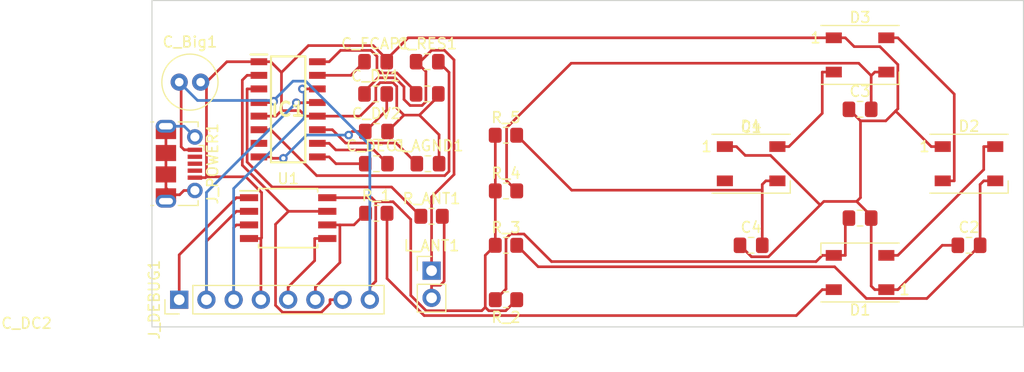
<source format=kicad_pcb>
(kicad_pcb (version 20211014) (generator pcbnew)
  (layers (0 "F.Cu" signal) (31 "B.Cu" signal) (34 "B.Paste" user) (35 "F.Paste" user) (36 "B.SilkS" user "B.Silkscreen") (37 "F.SilkS" user "F.Silkscreen") (38 "B.Mask" user) (39 "F.Mask" user) (44 "Edge.Cuts" user))
  (net 0 "")
  (net 1 "GND")
  (net 2 "Net-(R_2-Pad2)")
  (net 3 "Net-(R_3-Pad2)")
  (net 4 "Net-(R_4-Pad2)")
  (net 5 "Net-(R_5-Pad2)")
  (net 6 "Net-(C_AGND1-Pad1)")
  (net 7 "+5V")
  (net 8 "Net-(C_DC2-Pad1)")
  (net 9 "Net-(C_DEC1-Pad1)")
  (net 10 "Net-(C_DEC1-Pad2)")
  (net 11 "Net-(C_DV1-Pad1)")
  (net 12 "Net-(C_DV1-Pad2)")
  (net 13 "Net-(C_FCAP1-Pad1)")
  (net 14 "Net-(C_RES1-Pad2)")
  (net 15 "Net-(D1-Pad2)")
  (net 16 "Net-(R_1-Pad2)")
  (net 17 "Net-(D2-Pad2)")
  (net 18 "Net-(D3-Pad2)")
  (net 20 "Net-(J_DEBUG1-Pad7)")
  (net 22 "Net-(J_DEBUG1-Pad2)")
  (net 23 "Net-(J_DEBUG1-Pad3)")
  (net 24 "Net-(J_DEBUG1-Pad1)")
  (net 25 "Net-(J_DEBUG1-Pad5)")
  (net 26 "Net-(R_1-Pad1)")
  (net 30 "unconnected-(J_POWER1-Pad6)")
  (net 31 "Net-(R_ANT1-Pad2)")
  (net 32 "Net-(R_ANT1-Pad1)")
  (footprint "Capacitor_SMD:C_0805_2012Metric_Pad1.18x1.45mm_HandSolder" (layer "F.Cu") (at 91.9794 79.8422)
    (fp_text reference "C_DV1" (at 0 -1.68) (layer "F.SilkS"))
    (fp_text value "C")
    (fp_line (start -0.261252 -0.735) (end 0.261252 -0.735) (layer "F.SilkS") (width 0.12))
    (fp_line (start -0.261252 0.735) (end 0.261252 0.735) (layer "F.SilkS") (width 0.12))
    (pad "1" smd roundrect (at -1.0375 0) (size 1.175 1.45) (layers "F.Cu" "F.Paste" "F.Mask") (roundrect_rratio 0.2127659574) (net 11 "Net-(C_DV1-Pad1)"))
    (pad "2" smd roundrect (at 1.0375 0) (size 1.175 1.45) (layers "F.Cu" "F.Paste" "F.Mask") (roundrect_rratio 0.2127659574) (net 12 "Net-(C_DV1-Pad2)"))
  )
  (footprint "LED_SMD:LED_WS2812B_PLCC4_5.0x5.0mm_P3.2mm" (layer "F.Cu") (at 147.32 86.36)
    (fp_text reference "D2" (at 0 -3.5) (layer "F.SilkS"))
    (fp_text value "WS2812B")
    (fp_text user "1" (at -4.15 -1.6) (layer "F.SilkS"))
    (fp_line (start 3.65 2.75) (end 3.65 1.6) (layer "F.SilkS") (width 0.12))
    (fp_line (start -3.65 -2.75) (end 3.65 -2.75) (layer "F.SilkS") (width 0.12))
    (fp_line (start -3.65 2.75) (end 3.65 2.75) (layer "F.SilkS") (width 0.12))
    (pad "1" smd rect (at -2.45 -1.6) (size 1.5 1) (layers "F.Cu" "F.Paste" "F.Mask") (net 1 "GND"))
    (pad "2" smd rect (at -2.45 1.6) (size 1.5 1) (layers "F.Cu" "F.Paste" "F.Mask") (net 17 "Net-(D2-Pad2)"))
    (pad "3" smd rect (at 2.45 1.6) (size 1.5 1) (layers "F.Cu" "F.Paste" "F.Mask") (net 3 "Net-(R_3-Pad2)"))
    (pad "4" smd rect (at 2.45 -1.6) (size 1.5 1) (layers "F.Cu" "F.Paste" "F.Mask") (net 15 "Net-(D1-Pad2)"))
  )
  (footprint "Capacitor_SMD:C_0805_2012Metric_Pad1.18x1.45mm_HandSolder" (layer "F.Cu") (at 137.16 81.28)
    (fp_text reference "C3" (at 0 -1.68) (layer "F.SilkS"))
    (fp_text value "0.1uf")
    (fp_line (start -0.261252 -0.735) (end 0.261252 -0.735) (layer "F.SilkS") (width 0.12))
    (fp_line (start -0.261252 0.735) (end 0.261252 0.735) (layer "F.SilkS") (width 0.12))
    (pad "1" smd roundrect (at -1.0375 0) (size 1.175 1.45) (layers "F.Cu" "F.Paste" "F.Mask") (roundrect_rratio 0.2127659574) (net 1 "GND"))
    (pad "2" smd roundrect (at 1.0375 0) (size 1.175 1.45) (layers "F.Cu" "F.Paste" "F.Mask") (roundrect_rratio 0.2127659574) (net 4 "Net-(R_4-Pad2)"))
  )
  (footprint "Resistor_SMD:R_0805_2012Metric_Pad1.20x1.40mm_HandSolder" (layer "F.Cu") (at 92.0422 90.9889)
    (fp_text reference "R_1" (at 0 -1.65) (layer "F.SilkS"))
    (fp_text value "490")
    (fp_line (start -0.227064 0.735) (end 0.227064 0.735) (layer "F.SilkS") (width 0.12))
    (fp_line (start -0.227064 -0.735) (end 0.227064 -0.735) (layer "F.SilkS") (width 0.12))
    (pad "1" smd roundrect (at -1 0) (size 1.2 1.4) (layers "F.Cu" "F.Paste" "F.Mask") (roundrect_rratio 0.2083333333) (net 26 "Net-(R_1-Pad1)"))
    (pad "2" smd roundrect (at 1 0) (size 1.2 1.4) (layers "F.Cu" "F.Paste" "F.Mask") (roundrect_rratio 0.2083333333) (net 16 "Net-(R_1-Pad2)"))
  )
  (footprint "Capacitor_SMD:C_0805_2012Metric_Pad1.18x1.45mm_HandSolder" (layer "F.Cu") (at 91.9794 76.8322)
    (fp_text reference "C_FCAP1" (at 0 -1.68) (layer "F.SilkS"))
    (fp_text value "C")
    (fp_line (start -0.261252 -0.735) (end 0.261252 -0.735) (layer "F.SilkS") (width 0.12))
    (fp_line (start -0.261252 0.735) (end 0.261252 0.735) (layer "F.SilkS") (width 0.12))
    (pad "1" smd roundrect (at -1.0375 0) (size 1.175 1.45) (layers "F.Cu" "F.Paste" "F.Mask") (roundrect_rratio 0.2127659574) (net 13 "Net-(C_FCAP1-Pad1)"))
    (pad "2" smd roundrect (at 1.0375 0) (size 1.175 1.45) (layers "F.Cu" "F.Paste" "F.Mask") (roundrect_rratio 0.2127659574) (net 1 "GND"))
  )
  (footprint "Connector_PinHeader_2.54mm:PinHeader_1x08_P2.54mm_Vertical" (layer "F.Cu") (at 73.66 99.06 90)
    (fp_text reference "J_DEBUG1" (at 0 -2.33 90) (layer "F.SilkS"))
    (fp_text value "Conn_01x08_Male")
    (fp_line (start -1.33 19.11) (end 1.33 19.11) (layer "F.SilkS") (width 0.12))
    (fp_line (start -1.33 0) (end -1.33 -1.33) (layer "F.SilkS") (width 0.12))
    (fp_line (start -1.33 -1.33) (end 0 -1.33) (layer "F.SilkS") (width 0.12))
    (fp_line (start -1.33 1.27) (end 1.33 1.27) (layer "F.SilkS") (width 0.12))
    (fp_line (start -1.33 1.27) (end -1.33 19.11) (layer "F.SilkS") (width 0.12))
    (fp_line (start 1.33 1.27) (end 1.33 19.11) (layer "F.SilkS") (width 0.12))
    (pad "1" thru_hole rect (at 0 0 90) (size 1.7 1.7) (drill 1) (layers *.Cu *.Mask) (net 24 "Net-(J_DEBUG1-Pad1)"))
    (pad "2" thru_hole oval (at 0 2.54 90) (size 1.7 1.7) (drill 1) (layers *.Cu *.Mask) (net 22 "Net-(J_DEBUG1-Pad2)"))
    (pad "3" thru_hole oval (at 0 5.08 90) (size 1.7 1.7) (drill 1) (layers *.Cu *.Mask) (net 23 "Net-(J_DEBUG1-Pad3)"))
    (pad "4" thru_hole oval (at 0 7.62 90) (size 1.7 1.7) (drill 1) (layers *.Cu *.Mask) (net 1 "GND"))
    (pad "5" thru_hole oval (at 0 10.16 90) (size 1.7 1.7) (drill 1) (layers *.Cu *.Mask) (net 25 "Net-(J_DEBUG1-Pad5)"))
    (pad "6" thru_hole oval (at 0 12.7 90) (size 1.7 1.7) (drill 1) (layers *.Cu *.Mask) (net 26 "Net-(R_1-Pad1)"))
    (pad "7" thru_hole oval (at 0 15.24 90) (size 1.7 1.7) (drill 1) (layers *.Cu *.Mask) (net 20 "Net-(J_DEBUG1-Pad7)"))
    (pad "8" thru_hole oval (at 0 17.78 90) (size 1.7 1.7) (drill 1) (layers *.Cu *.Mask) (net 7 "+5V"))
  )
  (footprint "Capacitor_SMD:C_0805_2012Metric_Pad1.18x1.45mm_HandSolder" (layer "F.Cu") (at 127 93.98)
    (fp_text reference "C4" (at 0 -1.68) (layer "F.SilkS"))
    (fp_text value "0.1uF")
    (fp_line (start -0.261252 0.735) (end 0.261252 0.735) (layer "F.SilkS") (width 0.12))
    (fp_line (start -0.261252 -0.735) (end 0.261252 -0.735) (layer "F.SilkS") (width 0.12))
    (pad "1" smd roundrect (at -1.0375 0) (size 1.175 1.45) (layers "F.Cu" "F.Paste" "F.Mask") (roundrect_rratio 0.2127659574) (net 1 "GND"))
    (pad "2" smd roundrect (at 1.0375 0) (size 1.175 1.45) (layers "F.Cu" "F.Paste" "F.Mask") (roundrect_rratio 0.2127659574) (net 5 "Net-(R_5-Pad2)"))
  )
  (footprint "Connector_PinHeader_2.54mm:PinHeader_1x02_P2.54mm_Vertical" (layer "F.Cu") (at 97.1965 96.3474)
    (fp_text reference "L_ANT1" (at 0 -2.33) (layer "F.SilkS"))
    (fp_text value "Coil Antenna")
    (fp_line (start -1.33 0) (end -1.33 -1.33) (layer "F.SilkS") (width 0.12))
    (fp_line (start -1.33 1.27) (end 1.33 1.27) (layer "F.SilkS") (width 0.12))
    (fp_line (start -1.33 -1.33) (end 0 -1.33) (layer "F.SilkS") (width 0.12))
    (fp_line (start -1.33 3.87) (end 1.33 3.87) (layer "F.SilkS") (width 0.12))
    (fp_line (start 1.33 1.27) (end 1.33 3.87) (layer "F.SilkS") (width 0.12))
    (fp_line (start -1.33 1.27) (end -1.33 3.87) (layer "F.SilkS") (width 0.12))
    (pad "1" thru_hole rect (at 0 0) (size 1.7 1.7) (drill 1) (layers *.Cu *.Mask) (net 11 "Net-(C_DV1-Pad1)"))
    (pad "2" thru_hole oval (at 0 2.54) (size 1.7 1.7) (drill 1) (layers *.Cu *.Mask) (net 31 "Net-(R_ANT1-Pad2)"))
  )
  (footprint "Connector_USB:USB_Micro-B_Molex-105017-0001" (layer "F.Cu") (at 73.66 86.36 -90)
    (fp_text reference "J_POWER1" (at 0 -3.1125 90) (layer "F.SilkS"))
    (fp_text value "USB_B_Micro")
    (fp_line (start -3.9 2.6375) (end -3.9 2.3875) (layer "F.SilkS") (width 0.12))
    (fp_line (start -1.7 -2.3125) (end -1.25 -2.3125) (layer "F.SilkS") (width 0.12))
    (fp_line (start 3.9 -1.7625) (end 3.45 -1.7625) (layer "F.SilkS") (width 0.12))
    (fp_line (start -3.9 -1.7625) (end -3.45 -1.7625) (layer "F.SilkS") (width 0.12))
    (fp_line (start 3.9 0.0875) (end 3.9 -1.7625) (layer "F.SilkS") (width 0.12))
    (fp_line (start -3.9 0.0875) (end -3.9 -1.7625) (layer "F.SilkS") (width 0.12))
    (fp_line (start -1.7 -2.3125) (end -1.7 -1.8625) (layer "F.SilkS") (width 0.12))
    (fp_line (start 3.9 2.6375) (end 3.9 2.3875) (layer "F.SilkS") (width 0.12))
    (pad "1" smd rect (at -1.3 -1.4625 270) (size 0.4 1.35) (layers "F.Cu" "F.Paste" "F.Mask") (net 7 "+5V"))
    (pad "2" smd rect (at -0.65 -1.4625 270) (size 0.4 1.35) (layers "F.Cu" "F.Paste" "F.Mask"))
    (pad "3" smd rect (at 0 -1.4625 270) (size 0.4 1.35) (layers "F.Cu" "F.Paste" "F.Mask"))
    (pad "4" smd rect (at 0.65 -1.4625 270) (size 0.4 1.35) (layers "F.Cu" "F.Paste" "F.Mask"))
    (pad "5" smd rect (at 1.3 -1.4625 270) (size 0.4 1.35) (layers "F.Cu" "F.Paste" "F.Mask") (net 1 "GND"))
    (pad "6" thru_hole circle (at 2.5 -1.4625 270) (size 1.45 1.45) (drill 0.85) (layers *.Cu *.Mask) (net 30 "unconnected-(J_POWER1-Pad6)"))
    (pad "6" smd rect (at -2.9 1.2375 270) (size 1.2 1.9) (layers "F.Cu" "F.Mask") (net 30 "unconnected-(J_POWER1-Pad6)"))
    (pad "6" smd rect (at 1 1.2375 270) (size 1.5 1.9) (layers "F.Cu" "F.Paste" "F.Mask") (net 30 "unconnected-(J_POWER1-Pad6)"))
    (pad "6" thru_hole oval (at 3.5 1.2375 270) (size 1.2 1.9) (drill oval 0.6 1.3) (layers *.Cu *.Mask) (net 30 "unconnected-(J_POWER1-Pad6)"))
    (pad "6" thru_hole circle (at -2.5 -1.4625 270) (size 1.45 1.45) (drill 0.85) (layers *.Cu *.Mask) (net 30 "unconnected-(J_POWER1-Pad6)"))
    (pad "6" thru_hole oval (at -3.5 1.2375 90) (size 1.2 1.9) (drill oval 0.6 1.3) (layers *.Cu *.Mask) (net 30 "unconnected-(J_POWER1-Pad6)"))
    (pad "6" smd rect (at -1 1.2375 270) (size 1.5 1.9) (layers "F.Cu" "F.Paste" "F.Mask") (net 30 "unconnected-(J_POWER1-Pad6)"))
    (pad "6" smd rect (at 2.9 1.2375 270) (size 1.2 1.9) (layers "F.Cu" "F.Mask") (net 30 "unconnected-(J_POWER1-Pad6)"))
  )
  (footprint "Capacitor_SMD:C_0805_2012Metric_Pad1.18x1.45mm_HandSolder" (layer "F.Cu") (at 147.32 93.98)
    (fp_text reference "C2" (at 0 -1.68) (layer "F.SilkS"))
    (fp_text value "0.1uf")
    (fp_line (start -0.261252 -0.735) (end 0.261252 -0.735) (layer "F.SilkS") (width 0.12))
    (fp_line (start -0.261252 0.735) (end 0.261252 0.735) (layer "F.SilkS") (width 0.12))
    (pad "1" smd roundrect (at -1.0375 0) (size 1.175 1.45) (layers "F.Cu" "F.Paste" "F.Mask") (roundrect_rratio 0.2127659574) (net 1 "GND"))
    (pad "2" smd roundrect (at 1.0375 0) (size 1.175 1.45) (layers "F.Cu" "F.Paste" "F.Mask") (roundrect_rratio 0.2127659574) (net 3 "Net-(R_3-Pad2)"))
  )
  (footprint "Resistor_SMD:R_0805_2012Metric_Pad1.20x1.40mm_HandSolder" (layer "F.Cu") (at 104.14 99.06 180)
    (fp_text reference "R_2" (at 0 -1.65) (layer "F.SilkS"))
    (fp_text value "150")
    (fp_line (start -0.227064 -0.735) (end 0.227064 -0.735) (layer "F.SilkS") (width 0.12))
    (fp_line (start -0.227064 0.735) (end 0.227064 0.735) (layer "F.SilkS") (width 0.12))
    (pad "1" smd roundrect (at -1 0 180) (size 1.2 1.4) (layers "F.Cu" "F.Paste" "F.Mask") (roundrect_rratio 0.2083333333) (net 7 "+5V"))
    (pad "2" smd roundrect (at 1 0 180) (size 1.2 1.4) (layers "F.Cu" "F.Paste" "F.Mask") (roundrect_rratio 0.2083333333) (net 2 "Net-(R_2-Pad2)"))
  )
  (footprint "MyLib:SOIC127P602X173-16N" (layer "F.Cu") (at 83.82 81.28)
    (fp_text reference "IC1" (at 0 0) (layer "F.SilkS") (effects (font (size 1.27 1.27) (thickness 0.254))))
    (fp_text value "EM4095" hide)
    (fp_line (start 1.6 -4.945) (end 1.6 4.945) (layer "F.SilkS") (width 0.2))
    (fp_line (start -1.6 4.945) (end -1.6 -4.945) (layer "F.SilkS") (width 0.2))
    (fp_line (start -1.6 -4.945) (end 1.6 -4.945) (layer "F.SilkS") (width 0.2))
    (fp_line (start 1.6 4.945) (end -1.6 4.945) (layer "F.SilkS") (width 0.2))
    (fp_line (start -3.5 -5.12) (end -1.95 -5.12) (layer "F.SilkS") (width 0.2))
    (pad "1" smd rect (at -2.725 -4.445 90) (size 0.65 1.55) (layers "F.Cu" "F.Paste" "F.Mask") (net 1 "GND"))
    (pad "2" smd rect (at -2.725 -3.175 90) (size 0.65 1.55) (layers "F.Cu" "F.Paste" "F.Mask") (net 20 "Net-(J_DEBUG1-Pad7)"))
    (pad "3" smd rect (at -2.725 -1.905 90) (size 0.65 1.55) (layers "F.Cu" "F.Paste" "F.Mask") (net 32 "Net-(R_ANT1-Pad1)"))
    (pad "4" smd rect (at -2.725 -0.635 90) (size 0.65 1.55) (layers "F.Cu" "F.Paste" "F.Mask") (net 7 "+5V"))
    (pad "5" smd rect (at -2.725 0.635 90) (size 0.65 1.55) (layers "F.Cu" "F.Paste" "F.Mask") (net 1 "GND"))
    (pad "6" smd rect (at -2.725 1.905 90) (size 0.65 1.55) (layers "F.Cu" "F.Paste" "F.Mask") (net 14 "Net-(C_RES1-Pad2)"))
    (pad "7" smd rect (at -2.725 3.175 90) (size 0.65 1.55) (layers "F.Cu" "F.Paste" "F.Mask"))
    (pad "8" smd rect (at -2.725 4.445 90) (size 0.65 1.55) (layers "F.Cu" "F.Paste" "F.Mask") (net 12 "Net-(C_DV1-Pad2)"))
    (pad "9" smd rect (at 2.725 4.445 90) (size 0.65 1.55) (layers "F.Cu" "F.Paste" "F.Mask") (net 9 "Net-(C_DEC1-Pad1)"))
    (pad "10" smd rect (at 2.725 3.175 90) (size 0.65 1.55) (layers "F.Cu" "F.Paste" "F.Mask") (net 10 "Net-(C_DEC1-Pad2)"))
    (pad "11" smd rect (at 2.725 1.905 90) (size 0.65 1.55) (layers "F.Cu" "F.Paste" "F.Mask") (net 6 "Net-(C_AGND1-Pad1)"))
    (pad "12" smd rect (at 2.725 0.635 90) (size 0.65 1.55) (layers "F.Cu" "F.Paste" "F.Mask") (net 1 "GND"))
    (pad "13" smd rect (at 2.725 -0.635 90) (size 0.65 1.55) (layers "F.Cu" "F.Paste" "F.Mask") (net 22 "Net-(J_DEBUG1-Pad2)"))
    (pad "14" smd rect (at 2.725 -1.905 90) (size 0.65 1.55) (layers "F.Cu" "F.Paste" "F.Mask") (net 23 "Net-(J_DEBUG1-Pad3)"))
    (pad "15" smd rect (at 2.725 -3.175 90) (size 0.65 1.55) (layers "F.Cu" "F.Paste" "F.Mask") (net 13 "Net-(C_FCAP1-Pad1)"))
    (pad "16" smd rect (at 2.725 -4.445 90) (size 0.65 1.55) (layers "F.Cu" "F.Paste" "F.Mask") (net 8 "Net-(C_DC2-Pad1)"))
  )
  (footprint "Capacitor_SMD:C_0805_2012Metric_Pad1.18x1.45mm_HandSolder" (layer "F.Cu") (at 92.05 86.36)
    (fp_text reference "C_DEC1" (at 0 -1.68) (layer "F.SilkS"))
    (fp_text value "C")
    (fp_line (start -0.261252 0.735) (end 0.261252 0.735) (layer "F.SilkS") (width 0.12))
    (fp_line (start -0.261252 -0.735) (end 0.261252 -0.735) (layer "F.SilkS") (width 0.12))
    (pad "1" smd roundrect (at -1.0375 0) (size 1.175 1.45) (layers "F.Cu" "F.Paste" "F.Mask") (roundrect_rratio 0.2127659574) (net 9 "Net-(C_DEC1-Pad1)"))
    (pad "2" smd roundrect (at 1.0375 0) (size 1.175 1.45) (layers "F.Cu" "F.Paste" "F.Mask") (roundrect_rratio 0.2127659574) (net 10 "Net-(C_DEC1-Pad2)"))
  )
  (footprint "Resistor_SMD:R_0805_2012Metric_Pad1.20x1.40mm_HandSolder" (layer "F.Cu") (at 104.14 93.98)
    (fp_text reference "R_3" (at 0 -1.65) (layer "F.SilkS"))
    (fp_text value "150")
    (fp_line (start -0.227064 -0.735) (end 0.227064 -0.735) (layer "F.SilkS") (width 0.12))
    (fp_line (start -0.227064 0.735) (end 0.227064 0.735) (layer "F.SilkS") (width 0.12))
    (pad "1" smd roundrect (at -1 0) (size 1.2 1.4) (layers "F.Cu" "F.Paste" "F.Mask") (roundrect_rratio 0.2083333333) (net 7 "+5V"))
    (pad "2" smd roundrect (at 1 0) (size 1.2 1.4) (layers "F.Cu" "F.Paste" "F.Mask") (roundrect_rratio 0.2083333333) (net 3 "Net-(R_3-Pad2)"))
  )
  (footprint "Capacitor_SMD:C_0805_2012Metric_Pad1.18x1.45mm_HandSolder" (layer "F.Cu") (at 92.05 83.35)
    (fp_text reference "C_DV2" (at 0 -1.68) (layer "F.SilkS"))
    (fp_text value "C")
    (fp_line (start -0.261252 -0.735) (end 0.261252 -0.735) (layer "F.SilkS") (width 0.12))
    (fp_line (start -0.261252 0.735) (end 0.261252 0.735) (layer "F.SilkS") (width 0.12))
    (pad "1" smd roundrect (at -1.0375 0) (size 1.175 1.45) (layers "F.Cu" "F.Paste" "F.Mask") (roundrect_rratio 0.2127659574) (net 12 "Net-(C_DV1-Pad2)"))
    (pad "2" smd roundrect (at 1.0375 0) (size 1.175 1.45) (layers "F.Cu" "F.Paste" "F.Mask") (roundrect_rratio 0.2127659574) (net 1 "GND"))
  )
  (footprint "Capacitor_SMD:C_0805_2012Metric_Pad1.18x1.45mm_HandSolder" (layer "F.Cu") (at 96.86 86.36)
    (fp_text reference "C_AGND1" (at 0 -1.68) (layer "F.SilkS"))
    (fp_text value "C")
    (fp_line (start -0.261252 0.735) (end 0.261252 0.735) (layer "F.SilkS") (width 0.12))
    (fp_line (start -0.261252 -0.735) (end 0.261252 -0.735) (layer "F.SilkS") (width 0.12))
    (pad "1" smd roundrect (at -1.0375 0) (size 1.175 1.45) (layers "F.Cu" "F.Paste" "F.Mask") (roundrect_rratio 0.2127659574) (net 6 "Net-(C_AGND1-Pad1)"))
    (pad "2" smd roundrect (at 1.0375 0) (size 1.175 1.45) (layers "F.Cu" "F.Paste" "F.Mask") (roundrect_rratio 0.2127659574) (net 1 "GND"))
  )
  (footprint "Capacitor_SMD:C_0805_2012Metric_Pad1.18x1.45mm_HandSolder" (layer "F.Cu") (at 137.16 91.44 180)
    (fp_text reference "C1" (at 10.16 8.48) (layer "F.SilkS"))
    (fp_text value "0.1uf")
    (fp_line (start -0.261252 -0.735) (end 0.261252 -0.735) (layer "F.SilkS") (width 0.12))
    (fp_line (start -0.261252 0.735) (end 0.261252 0.735) (layer "F.SilkS") (width 0.12))
    (pad "1" smd roundrect (at -1.0375 0 180) (size 1.175 1.45) (layers "F.Cu" "F.Paste" "F.Mask") (roundrect_rratio 0.2127659574) (net 1 "GND"))
    (pad "2" smd roundrect (at 1.0375 0 180) (size 1.175 1.45) (layers "F.Cu" "F.Paste" "F.Mask") (roundrect_rratio 0.2127659574) (net 2 "Net-(R_2-Pad2)"))
  )
  (footprint "Capacitor_SMD:C_0805_2012Metric_Pad1.18x1.45mm_HandSolder" (layer "F.Cu") (at 96.7894 76.8322)
    (fp_text reference "C_RES1" (at 0 -1.68) (layer "F.SilkS"))
    (fp_text value "C")
    (fp_line (start -0.261252 0.735) (end 0.261252 0.735) (layer "F.SilkS") (width 0.12))
    (fp_line (start -0.261252 -0.735) (end 0.261252 -0.735) (layer "F.SilkS") (width 0.12))
    (pad "1" smd roundrect (at -1.0375 0) (size 1.175 1.45) (layers "F.Cu" "F.Paste" "F.Mask") (roundrect_rratio 0.2127659574) (net 11 "Net-(C_DV1-Pad1)"))
    (pad "2" smd roundrect (at 1.0375 0) (size 1.175 1.45) (layers "F.Cu" "F.Paste" "F.Mask") (roundrect_rratio 0.2127659574) (net 14 "Net-(C_RES1-Pad2)"))
  )
  (footprint "Resistor_SMD:R_0805_2012Metric_Pad1.20x1.40mm_HandSolder" (layer "F.Cu") (at 97.1965 91.2674)
    (fp_text reference "R_ANT1" (at 0 -1.65) (layer "F.SilkS"))
    (fp_text value "10")
    (fp_line (start -0.227064 -0.735) (end 0.227064 -0.735) (layer "F.SilkS") (width 0.12))
    (fp_line (start -0.227064 0.735) (end 0.227064 0.735) (layer "F.SilkS") (width 0.12))
    (pad "1" smd roundrect (at -1 0) (size 1.2 1.4) (layers "F.Cu" "F.Paste" "F.Mask") (roundrect_rratio 0.2083333333) (net 32 "Net-(R_ANT1-Pad1)"))
    (pad "2" smd roundrect (at 1 0) (size 1.2 1.4) (layers "F.Cu" "F.Paste" "F.Mask") (roundrect_rratio 0.2083333333) (net 31 "Net-(R_ANT1-Pad2)"))
  )
  (footprint "LED_SMD:LED_WS2812B_PLCC4_5.0x5.0mm_P3.2mm" (layer "F.Cu") (at 137.16 76.2)
    (fp_text reference "D3" (at 0 -3.5) (layer "F.SilkS"))
    (fp_text value "WS2812B")
    (fp_text user "1" (at -4.15 -1.6) (layer "F.SilkS"))
    (fp_line (start -3.65 2.75) (end 3.65 2.75) (layer "F.SilkS") (width 0.12))
    (fp_line (start 3.65 2.75) (end 3.65 1.6) (layer "F.SilkS") (width 0.12))
    (fp_line (start -3.65 -2.75) (end 3.65 -2.75) (layer "F.SilkS") (width 0.12))
    (pad "1" smd rect (at -2.45 -1.6) (size 1.5 1) (layers "F.Cu" "F.Paste" "F.Mask") (net 1 "GND"))
    (pad "2" smd rect (at -2.45 1.6) (size 1.5 1) (layers "F.Cu" "F.Paste" "F.Mask") (net 18 "Net-(D3-Pad2)"))
    (pad "3" smd rect (at 2.45 1.6) (size 1.5 1) (layers "F.Cu" "F.Paste" "F.Mask") (net 4 "Net-(R_4-Pad2)"))
    (pad "4" smd rect (at 2.45 -1.6) (size 1.5 1) (layers "F.Cu" "F.Paste" "F.Mask") (net 17 "Net-(D2-Pad2)"))
  )
  (footprint "Resistor_SMD:R_0805_2012Metric_Pad1.20x1.40mm_HandSolder" (layer "F.Cu") (at 104.1316 83.6979)
    (fp_text reference "R_5" (at 0 -1.65) (layer "F.SilkS"))
    (fp_text value "150")
    (fp_line (start -0.227064 0.735) (end 0.227064 0.735) (layer "F.SilkS") (width 0.12))
    (fp_line (start -0.227064 -0.735) (end 0.227064 -0.735) (layer "F.SilkS") (width 0.12))
    (pad "1" smd roundrect (at -1 0) (size 1.2 1.4) (layers "F.Cu" "F.Paste" "F.Mask") (roundrect_rratio 0.2083333333) (net 7 "+5V"))
    (pad "2" smd roundrect (at 1 0) (size 1.2 1.4) (layers "F.Cu" "F.Paste" "F.Mask") (roundrect_rratio 0.2083333333) (net 5 "Net-(R_5-Pad2)"))
  )
  (footprint "LED_SMD:LED_WS2812B_PLCC4_5.0x5.0mm_P3.2mm" (layer "F.Cu") (at 137.16 96.52 180)
    (fp_text reference "D1" (at 0 -3.5) (layer "F.SilkS"))
    (fp_text value "WS2812B")
    (fp_text user "1" (at -4.15 -1.6) (layer "F.SilkS"))
    (fp_line (start -3.65 -2.75) (end 3.65 -2.75) (layer "F.SilkS") (width 0.12))
    (fp_line (start 3.65 2.75) (end 3.65 1.6) (layer "F.SilkS") (width 0.12))
    (fp_line (start -3.65 2.75) (end 3.65 2.75) (layer "F.SilkS") (width 0.12))
    (pad "1" smd rect (at -2.45 -1.6 180) (size 1.5 1) (layers "F.Cu" "F.Paste" "F.Mask") (net 1 "GND"))
    (pad "2" smd rect (at -2.45 1.6 180) (size 1.5 1) (layers "F.Cu" "F.Paste" "F.Mask") (net 15 "Net-(D1-Pad2)"))
    (pad "3" smd rect (at 2.45 1.6 180) (size 1.5 1) (layers "F.Cu" "F.Paste" "F.Mask") (net 2 "Net-(R_2-Pad2)"))
    (pad "4" smd rect (at 2.45 -1.6 180) (size 1.5 1) (layers "F.Cu" "F.Paste" "F.Mask") (net 16 "Net-(R_1-Pad2)"))
  )
  (footprint "Capacitor_THT:C_Radial_D5.0mm_H11.0mm_P2.00mm" (layer "F.Cu") (at 73.66 78.74)
    (fp_text reference "C_Big1" (at 1 -3.75) (layer "F.SilkS"))
    (fp_text value "10uf")
    (fp_circle (center 1 0) (end 3.62 0) (layer "F.SilkS") (width 0.12) (fill none))
    (pad "1" thru_hole circle (at 0 0) (size 1.6 1.6) (drill 0.8) (layers *.Cu *.Mask) (net 7 "+5V"))
    (pad "2" thru_hole circle (at 2 0) (size 1.6 1.6) (drill 0.8) (layers *.Cu *.Mask) (net 1 "GND"))
  )
  (footprint "LED_SMD:LED_WS2812B_PLCC4_5.0x5.0mm_P3.2mm" (layer "F.Cu") (at 127 86.36)
    (fp_text reference "D4" (at 0 -3.5) (layer "F.SilkS"))
    (fp_text value "WS2812B")
    (fp_text user "1" (at -4.15 -1.6) (layer "F.SilkS"))
    (fp_line (start 3.65 2.75) (end 3.65 1.6) (layer "F.SilkS") (width 0.12))
    (fp_line (start -3.65 -2.75) (end 3.65 -2.75) (layer "F.SilkS") (width 0.12))
    (fp_line (start -3.65 2.75) (end 3.65 2.75) (layer "F.SilkS") (width 0.12))
    (pad "1" smd rect (at -2.45 -1.6) (size 1.5 1) (layers "F.Cu" "F.Paste" "F.Mask") (net 1 "GND"))
    (pad "2" smd rect (at -2.45 1.6) (size 1.5 1) (layers "F.Cu" "F.Paste" "F.Mask"))
    (pad "3" smd rect (at 2.45 1.6) (size 1.5 1) (layers "F.Cu" "F.Paste" "F.Mask") (net 5 "Net-(R_5-Pad2)"))
    (pad "4" smd rect (at 2.45 -1.6) (size 1.5 1) (layers "F.Cu" "F.Paste" "F.Mask") (net 18 "Net-(D3-Pad2)"))
  )
  (footprint "Resistor_SMD:R_0805_2012Metric_Pad1.20x1.40mm_HandSolder" (layer "F.Cu") (at 104.14 88.9)
    (fp_text reference "R_4" (at 0 -1.65) (layer "F.SilkS"))
    (fp_text value "150")
    (fp_line (start -0.227064 0.735) (end 0.227064 0.735) (layer "F.SilkS") (width 0.12))
    (fp_line (start -0.227064 -0.735) (end 0.227064 -0.735) (layer "F.SilkS") (width 0.12))
    (pad "1" smd roundrect (at -1 0) (size 1.2 1.4) (layers "F.Cu" "F.Paste" "F.Mask") (roundrect_rratio 0.2083333333) (net 7 "+5V"))
    (pad "2" smd roundrect (at 1 0) (size 1.2 1.4) (layers "F.Cu" "F.Paste" "F.Mask") (roundrect_rratio 0.2083333333) (net 4 "Net-(R_4-Pad2)"))
  )
  (footprint "Package_SO:SOIC-8W_5.3x5.3mm_P1.27mm" (layer "F.Cu") (at 83.82 91.44)
    (fp_text reference "U1" (at 0 -3.68) (layer "F.SilkS"))
    (fp_text value "ATtiny85-20S")
    (fp_line (start -2.75 -2.755) (end -2.75 -2.55) (layer "F.SilkS") (width 0.15))
    (fp_line (start 2.75 -2.755) (end 2.75 -2.455) (layer "F.SilkS") (width 0.15))
    (fp_line (start 2.75 2.755) (end 2.75 2.455) (layer "F.SilkS") (width 0.15))
    (fp_line (start -2.75 2.755) (end 2.75 2.755) (layer "F.SilkS") (width 0.15))
    (fp_line (start -2.75 -2.755) (end 2.75 -2.755) (layer "F.SilkS") (width 0.15))
    (fp_line (start -2.75 2.755) (end -2.75 2.455) (layer "F.SilkS") (width 0.15))
    (fp_line (start -2.75 -2.55) (end -4.5 -2.55) (layer "F.SilkS") (width 0.15))
    (pad "1" smd rect (at -3.65 -1.905) (size 1.7 0.65) (layers "F.Cu" "F.Paste" "F.Mask") (net 24 "Net-(J_DEBUG1-Pad1)"))
    (pad "2" smd rect (at -3.65 -0.635) (size 1.7 0.65) (layers "F.Cu" "F.Paste" "F.Mask") (net 22 "Net-(J_DEBUG1-Pad2)"))
    (pad "3" smd rect (at -3.65 0.635) (size 1.7 0.65) (layers "F.Cu" "F.Paste" "F.Mask") (net 23 "Net-(J_DEBUG1-Pad3)"))
    (pad "4" smd rect (at -3.65 1.905) (size 1.7 0.65) (layers "F.Cu" "F.Paste" "F.Mask") (net 1 "GND"))
    (pad "5" smd rect (at 3.65 1.905) (size 1.7 0.65) (layers "F.Cu" "F.Paste" "F.Mask") (net 25 "Net-(J_DEBUG1-Pad5)"))
    (pad "6" smd rect (at 3.65 0.635) (size 1.7 0.65) (layers "F.Cu" "F.Paste" "F.Mask") (net 26 "Net-(R_1-Pad1)"))
    (pad "7" smd rect (at 3.65 -0.635) (size 1.7 0.65) (layers "F.Cu" "F.Paste" "F.Mask") (net 20 "Net-(J_DEBUG1-Pad7)"))
    (pad "8" smd rect (at 3.65 -1.905) (size 1.7 0.65) (layers "F.Cu" "F.Paste" "F.Mask") (net 7 "+5V"))
  )
  (footprint "Capacitor_SMD:C_0805_2012Metric_Pad1.18x1.45mm_HandSolder" (layer "F.Cu") (at 96.788 79.8389)
    (fp_text reference "C_DC2" (at -37.36 21.42) (layer "F.SilkS"))
    (fp_text value "C")
    (fp_line (start -0.261252 0.735) (end 0.261252 0.735) (layer "F.SilkS") (width 0.12))
    (fp_line (start -0.261252 -0.735) (end 0.261252 -0.735) (layer "F.SilkS") (width 0.12))
    (pad "1" smd roundrect (at -1.0375 0) (size 1.175 1.45) (layers "F.Cu" "F.Paste" "F.Mask") (roundrect_rratio 0.2127659574) (net 8 "Net-(C_DC2-Pad1)"))
    (pad "2" smd roundrect (at 1.0375 0) (size 1.175 1.45) (layers "F.Cu" "F.Paste" "F.Mask") (roundrect_rratio 0.2127659574) (net 1 "GND"))
  )
  (gr_line (start 71.12 71.12) (end 71.12 101.6) (layer "Edge.Cuts") (width 0.1))
  (gr_line (start 152.4 71.12) (end 71.12 71.12) (layer "Edge.Cuts") (width 0.1))
  (gr_line (start 152.4 71.12) (end 152.4 101.6) (layer "Edge.Cuts") (width 0.1))
  (gr_line (start 71.12 101.6) (end 152.4 101.6) (layer "Edge.Cuts") (width 0.1))
  (segment (start 139.5592 82.3565) (end 137.199 82.3565) (width 0.25) (layer "F.Cu") (net 1))
  (segment (start 94.6169 81.8206) (end 93.0875 83.35) (width 0.25) (layer "F.Cu") (net 1))
  (segment (start 133.4457 90.2202) (end 133.4457 90.2201) (width 0.25) (layer "F.Cu") (net 1))
  (segment (start 83.1969 81.4001) (end 82.682 81.915) (width 0.25) (layer "F.Cu") (net 1))
  (segment (start 143.7947 84.76) (end 140.4752 81.4405) (width 0.25) (layer "F.Cu") (net 1))
  (segment (start 138.1975 97.7828) (end 138.5347 98.12) (width 0.25) (layer "F.Cu") (net 1))
  (segment (start 139.0121 75.4253) (end 140.6854 77.0986) (width 0.25) (layer "F.Cu") (net 1))
  (segment (start 76.202 78.74) (end 75.66 78.74) (width 0.25) (layer "F.Cu") (net 1))
  (segment (start 91.7492 75.3257) (end 85.7078 75.3257) (width 0.25) (layer "F.Cu") (net 1))
  (segment (start 144.8253 93.98) (end 140.6853 98.12) (width 0.25) (layer "F.Cu") (net 1))
  (segment (start 140.6854 77.0986) (end 140.6854 81.2303) (width 0.25) (layer "F.Cu") (net 1))
  (segment (start 128.8108 85.5853) (end 126.4506 85.5853) (width 0.25) (layer "F.Cu") (net 1))
  (segment (start 97.8255 80.0584) (end 97.8255 79.8389) (width 0.25) (layer "F.Cu") (net 1))
  (segment (start 94.6169 81.8206) (end 96.0633 81.8206) (width 0.25) (layer "F.Cu") (net 1))
  (segment (start 97.8975 86.36) (end 97.8975 83.6548) (width 0.25) (layer "F.Cu") (net 1))
  (segment (start 146.2825 93.98) (end 144.8253 93.98) (width 0.25) (layer "F.Cu") (net 1))
  (segment (start 93.9499 79.1367) (end 93.9499 81.1536) (width 0.25) (layer "F.Cu") (net 1))
  (segment (start 139.61 98.12) (end 138.5347 98.12) (width 0.25) (layer "F.Cu") (net 1))
  (segment (start 82.682 81.915) (end 82.1953 81.915) (width 0.25) (layer "F.Cu") (net 1))
  (segment (start 134.71 74.6) (end 135.7853 74.6) (width 0.25) (layer "F.Cu") (net 1))
  (segment (start 93.9499 81.1536) (end 94.6169 81.8206) (width 0.25) (layer "F.Cu") (net 1))
  (segment (start 127.0321 95.0496) (end 128.6162 95.0496) (width 0.25) (layer "F.Cu") (net 1))
  (segment (start 81.3454 93.2796) (end 81.3454 89.0579) (width 0.25) (layer "F.Cu") (net 1))
  (segment (start 136.8455 89.8833) (end 133.7826 89.8833) (width 0.25) (layer "F.Cu") (net 1))
  (segment (start 85.7078 75.3257) (end 83.1969 77.8366) (width 0.25) (layer "F.Cu") (net 1))
  (segment (start 93.5994 78.7862) (end 93.9499 79.1367) (width 0.25) (layer "F.Cu") (net 1))
  (segment (start 81.28 93.345) (end 81.3454 93.2796) (width 0.25) (layer "F.Cu") (net 1))
  (segment (start 91.9979 80.4454) (end 91.9979 79.1865) (width 0.25) (layer "F.Cu") (net 1))
  (segment (start 138.1975 91.2353) (end 138.1975 91.44) (width 0.25) (layer "F.Cu") (net 1))
  (segment (start 80.17 93.345) (end 81.2327 93.345) (width 0.25) (layer "F.Cu") (net 1))
  (segment (start 93.0169 76.8322) (end 93.0169 76.5934) (width 0.25) (layer "F.Cu") (net 1))
  (segment (start 135.7853 74.6) (end 136.6106 75.4253) (width 0.25) (layer "F.Cu") (net 1))
  (segment (start 137.199 82.3565) (end 136.1225 81.28) (width 0.25) (layer "F.Cu") (net 1))
  (segment (start 136.8455 89.8833) (end 138.1975 91.2353) (width 0.25) (layer "F.Cu") (net 1))
  (segment (start 140.6854 81.2303) (end 140.4752 81.4405) (width 0.25) (layer "F.Cu") (net 1))
  (segment (start 126.4506 85.5853) (end 125.6253 84.76) (width 0.25) (layer "F.Cu") (net 1))
  (segment (start 96.0633 81.8206) (end 97.8255 80.0584) (width 0.25) (layer "F.Cu") (net 1))
  (segment (start 93.0169 76.5934) (end 91.7492 75.3257) (width 0.25) (layer "F.Cu") (net 1))
  (segment (start 124.55 84.76) (end 125.6253 84.76) (width 0.25) (layer "F.Cu") (net 1))
  (segment (start 81.095 81.915) (end 82.1953 81.915) (width 0.25) (layer "F.Cu") (net 1))
  (segment (start 136.6106 75.4253) (end 139.0121 75.4253) (width 0.25) (layer "F.Cu") (net 1))
  (segment (start 81.28 93.345) (end 81.28 97.8847) (width 0.25) (layer "F.Cu") (net 1))
  (segment (start 86.545 81.915) (end 90.5283 81.915) (width 0.25) (layer "F.Cu") (net 1))
  (segment (start 75.1225 87.66) (end 76.1228 87.66) (width 0.25) (layer "F.Cu") (net 1))
  (segment (start 140.4752 81.4405) (end 139.5592 82.3565) (width 0.25) (layer "F.Cu") (net 1))
  (segment (start 95.0103 74.6) (end 134.71 74.6) (width 0.25) (layer "F.Cu") (net 1))
  (segment (start 137.199 82.3565) (end 137.199 89.5298) (width 0.25) (layer "F.Cu") (net 1))
  (segment (start 78.107 76.835) (end 76.202 78.74) (width 0.25) (layer "F.Cu") (net 1))
  (segment (start 79.8683 87.5808) (end 76.202 87.5808) (width 0.25) (layer "F.Cu") (net 1))
  (segment (start 76.202 78.74) (end 76.202 87.5808) (width 0.25) (layer "F.Cu") (net 1))
  (segment (start 81.3454 89.0579) (end 79.8683 87.5808) (width 0.25) (layer "F.Cu") (net 1))
  (segment (start 97.8975 83.6548) (end 96.0633 81.8206) (width 0.25) (layer "F.Cu") (net 1))
  (segment (start 139.61 98.12) (end 140.6853 98.12) (width 0.25) (layer "F.Cu") (net 1))
  (segment (start 133.4457 90.2201) (end 128.8108 85.5853) (width 0.25) (layer "F.Cu") (net 1))
  (segment (start 125.9625 93.98) (end 127.0321 95.0496) (width 0.25) (layer "F.Cu") (net 1))
  (segment (start 76.202 87.5808) (end 76.1228 87.66) (width 0.25) (layer "F.Cu") (net 1))
  (segment (start 138.1975 91.44) (end 138.1975 97.7828) (width 0.25) (layer "F.Cu") (net 1))
  (segment (start 91.9979 79.1865) (end 92.3982 78.7862) (width 0.25) (layer "F.Cu") (net 1))
  (segment (start 83.1969 77.8366) (end 83.1969 81.4001) (width 0.25) (layer "F.Cu") (net 1))
  (segment (start 92.3982 78.7862) (end 93.5994 78.7862) (width 0.25) (layer "F.Cu") (net 1))
  (segment (start 81.2327 93.345) (end 81.28 93.345) (width 0.25) (layer "F.Cu") (net 1))
  (segment (start 90.5283 81.915) (end 91.9979 80.4454) (width 0.25) (layer "F.Cu") (net 1))
  (segment (start 81.28 99.06) (end 81.28 97.8847) (width 0.25) (layer "F.Cu") (net 1))
  (segment (start 83.1969 81.4001) (end 84.9298 81.4001) (width 0.25) (layer "F.Cu") (net 1))
  (segment (start 133.7826 89.8833) (end 133.4457 90.2202) (width 0.25) (layer "F.Cu") (net 1))
  (segment (start 128.6162 95.0496) (end 133.4457 90.2201) (width 0.25) (layer "F.Cu") (net 1))
  (segment (start 82.1953 76.835) (end 83.1969 77.8366) (width 0.25) (layer "F.Cu") (net 1))
  (segment (start 81.095 76.835) (end 78.107 76.835) (width 0.25) (layer "F.Cu") (net 1))
  (segment (start 144.87 84.76) (end 143.7947 84.76) (width 0.25) (layer "F.Cu") (net 1))
  (segment (start 86.545 81.915) (end 85.4447 81.915) (width 0.25) (layer "F.Cu") (net 1))
  (segment (start 81.095 76.835) (end 82.1953 76.835) (width 0.25) (layer "F.Cu") (net 1))
  (segment (start 84.9298 81.4001) (end 85.4447 81.915) (width 0.25) (layer "F.Cu") (net 1))
  (segment (start 137.199 89.5298) (end 136.8455 89.8833) (width 0.25) (layer "F.Cu") (net 1))
  (segment (start 93.0169 76.5934) (end 95.0103 74.6) (width 0.25) (layer "F.Cu") (net 1))
  (segment (start 105.8095 92.922) (end 104.5671 92.922) (width 0.25) (layer "F.Cu") (net 2))
  (segment (start 136.1225 91.44) (end 135.7853 91.7772) (width 0.25) (layer "F.Cu") (net 2))
  (segment (start 104.14 98.06) (end 103.14 99.06) (width 0.25) (layer "F.Cu") (net 2))
  (segment (start 133.6347 94.92) (end 133.0547 95.5) (width 0.25) (layer "F.Cu") (net 2))
  (segment (start 134.71 94.92) (end 133.6347 94.92) (width 0.25) (layer "F.Cu") (net 2))
  (segment (start 134.71 94.92) (end 135.7853 94.92) (width 0.25) (layer "F.Cu") (net 2))
  (segment (start 135.7853 91.7772) (end 135.7853 94.92) (width 0.25) (layer "F.Cu") (net 2))
  (segment (start 104.14 93.3491) (end 104.14 98.06) (width 0.25) (layer "F.Cu") (net 2))
  (segment (start 104.5671 92.922) (end 104.14 93.3491) (width 0.25) (layer "F.Cu") (net 2))
  (segment (start 133.0547 95.5) (end 108.3875 95.5) (width 0.25) (layer "F.Cu") (net 2))
  (segment (start 108.3875 95.5) (end 105.8095 92.922) (width 0.25) (layer "F.Cu") (net 2))
  (segment (start 143.3921 98.9454) (end 137.7471 98.9454) (width 0.25) (layer "F.Cu") (net 3))
  (segment (start 137.7471 98.9454) (end 134.7861 95.9844) (width 0.25) (layer "F.Cu") (net 3))
  (segment (start 148.3575 88.2972) (end 148.3575 93.98) (width 0.25) (layer "F.Cu") (net 3))
  (segment (start 148.6947 87.96) (end 148.3575 88.2972) (width 0.25) (layer "F.Cu") (net 3))
  (segment (start 107.1444 95.9844) (end 105.14 93.98) (width 0.25) (layer "F.Cu") (net 3))
  (segment (start 149.77 87.96) (end 148.6947 87.96) (width 0.25) (layer "F.Cu") (net 3))
  (segment (start 148.3575 93.98) (end 143.3921 98.9454) (width 0.25) (layer "F.Cu") (net 3))
  (segment (start 134.7861 95.9844) (end 107.1444 95.9844) (width 0.25) (layer "F.Cu") (net 3))
  (segment (start 104.1946 82.9995) (end 104.1946 87.9546) (width 0.25) (layer "F.Cu") (net 4))
  (segment (start 138.1975 78.1372) (end 138.5347 77.8) (width 0.25) (layer "F.Cu") (net 4))
  (segment (start 104.1946 87.9546) (end 105.14 88.9) (width 0.25) (layer "F.Cu") (net 4))
  (segment (start 138.1975 81.28) (end 138.1975 78.1372) (width 0.25) (layer "F.Cu") (net 4))
  (segment (start 110.2195 76.9746) (end 104.1946 82.9995) (width 0.25) (layer "F.Cu") (net 4))
  (segment (start 138.1975 78.1372) (end 137.0349 76.9746) (width 0.25) (layer "F.Cu") (net 4))
  (segment (start 137.0349 76.9746) (end 110.2195 76.9746) (width 0.25) (layer "F.Cu") (net 4))
  (segment (start 139.61 77.8) (end 138.5347 77.8) (width 0.25) (layer "F.Cu") (net 4))
  (segment (start 128.0375 93.98) (end 128.0375 88.8318) (width 0.25) (layer "F.Cu") (net 5))
  (segment (start 128.0375 88.8318) (end 128.0375 88.2972) (width 0.25) (layer "F.Cu") (net 5))
  (segment (start 129.45 87.96) (end 128.3747 87.96) (width 0.25) (layer "F.Cu") (net 5))
  (segment (start 128.0375 88.2972) (end 128.3747 87.96) (width 0.25) (layer "F.Cu") (net 5))
  (segment (start 110.2655 88.8318) (end 105.1316 83.6979) (width 0.25) (layer "F.Cu") (net 5))
  (segment (start 128.0375 88.8318) (end 110.2655 88.8318) (width 0.25) (layer "F.Cu") (net 5))
  (segment (start 93.8925 84.43) (end 95.8225 86.36) (width 0.25) (layer "F.Cu") (net 6))
  (segment (start 87.9402 83.185) (end 89.1852 84.43) (width 0.25) (layer "F.Cu") (net 6))
  (segment (start 89.1852 84.43) (end 93.8925 84.43) (width 0.25) (layer "F.Cu") (net 6))
  (segment (start 86.545 83.185) (end 87.9402 83.185) (width 0.25) (layer "F.Cu") (net 6))
  (segment (start 91.44 97.8847) (end 91.9906 97.3341) (width 0.25) (layer "F.Cu") (net 7))
  (segment (start 81.095 80.645) (end 82.1953 80.645) (width 0.25) (layer "F.Cu") (net 7))
  (segment (start 93.6086 89.9145) (end 95.2547 91.5606) (width 0.25) (layer "F.Cu") (net 7))
  (segment (start 73.8418 84.7796) (end 74.1222 85.06) (width 0.25) (layer "F.Cu") (net 7))
  (segment (start 82.3516 80.645) (end 82.4716 80.525) (width 0.25) (layer "F.Cu") (net 7))
  (segment (start 95.2547 98.6547) (end 96.6894 100.0894) (width 0.25) (layer "F.Cu") (net 7))
  (segment (start 102.5301 100.0895) (end 104.1105 100.0895) (width 0.25) (layer "F.Cu") (net 7))
  (segment (start 102.2043 99.7637) (end 102.5301 100.0895) (width 0.25) (layer "F.Cu") (net 7))
  (segment (start 101.8786 100.0894) (end 102.2043 99.7637) (width 0.25) (layer "F.Cu") (net 7))
  (segment (start 73.8418 78.9218) (end 73.8418 84.7796) (width 0.25) (layer "F.Cu") (net 7))
  (segment (start 95.2547 91.5606) (end 95.2547 98.6547) (width 0.25) (layer "F.Cu") (net 7))
  (segment (start 73.66 78.74) (end 73.8418 78.9218) (width 0.25) (layer "F.Cu") (net 7))
  (segment (start 82.1953 80.645) (end 82.3516 80.645) (width 0.25) (layer "F.Cu") (net 7))
  (segment (start 75.1225 85.06) (end 74.1222 85.06) (width 0.25) (layer "F.Cu") (net 7))
  (segment (start 91.44 99.06) (end 91.44 97.8847) (width 0.25) (layer "F.Cu") (net 7))
  (segment (start 91.6111 89.535) (end 91.9906 89.9145) (width 0.25) (layer "F.Cu") (net 7))
  (segment (start 103.14 83.7063) (end 103.14 88.9) (width 0.25) (layer "F.Cu") (net 7))
  (segment (start 104.1105 100.0895) (end 105.14 99.06) (width 0.25) (layer "F.Cu") (net 7))
  (segment (start 96.6894 100.0894) (end 101.8786 100.0894) (width 0.25) (layer "F.Cu") (net 7))
  (segment (start 87.47 89.535) (end 91.6111 89.535) (width 0.25) (layer "F.Cu") (net 7))
  (segment (start 91.9906 89.9145) (end 93.6086 89.9145) (width 0.25) (layer "F.Cu") (net 7))
  (segment (start 102.2043 94.9157) (end 102.2043 99.7637) (width 0.25) (layer "F.Cu") (net 7))
  (segment (start 103.14 88.9) (end 103.14 93.98) (width 0.25) (layer "F.Cu") (net 7))
  (segment (start 103.1316 83.6979) (end 103.14 83.7063) (width 0.25) (layer "F.Cu") (net 7))
  (segment (start 91.9906 97.3341) (end 91.9906 89.9145) (width 0.25) (layer "F.Cu") (net 7))
  (segment (start 103.14 93.98) (end 102.2043 94.9157) (width 0.25) (layer "F.Cu") (net 7))
  (via (at 82.4716 80.525) (size 0.8) (drill 0.4) (layers "F.Cu" "B.Cu") (net 7))
  (segment (start 82.4716 80.4507) (end 84.2748 78.6475) (width 0.25) (layer "B.Cu") (net 7))
  (segment (start 75.3707 80.4507) (end 82.4716 80.4507) (width 0.25) (layer "B.Cu") (net 7))
  (segment (start 91.44 84.6329) (end 91.44 99.06) (width 0.25) (layer "B.Cu") (net 7))
  (segment (start 73.66 78.74) (end 75.3707 80.4507) (width 0.25) (layer "B.Cu") (net 7))
  (segment (start 84.2748 78.6475) (end 85.4546 78.6475) (width 0.25) (layer "B.Cu") (net 7))
  (segment (start 82.4716 80.4507) (end 82.4716 80.525) (width 0.25) (layer "B.Cu") (net 7))
  (segment (start 85.4546 78.6475) (end 91.44 84.6329) (width 0.25) (layer "B.Cu") (net 7))
  (segment (start 91.5429 75.776) (end 88.7043 75.776) (width 0.25) (layer "F.Cu") (net 8))
  (segment (start 92.103 76.3361) (end 91.5429 75.776) (width 0.25) (layer "F.Cu") (net 8))
  (segment (start 86.545 76.835) (end 87.6453 76.835) (width 0.25) (layer "F.Cu") (net 8))
  (segment (start 88.7043 75.776) (end 87.6453 76.835) (width 0.25) (layer "F.Cu") (net 8))
  (segment (start 95.7505 79.8389) (end 95.7505 79.6635) (width 0.25) (layer "F.Cu") (net 8))
  (segment (start 95.7505 79.6635) (end 93.9706 77.8836) (width 0.25) (layer "F.Cu") (net 8))
  (segment (start 93.9706 77.8836) (end 92.4409 77.8836) (width 0.25) (layer "F.Cu") (net 8))
  (segment (start 92.4409 77.8836) (end 92.103 77.5457) (width 0.25) (layer "F.Cu") (net 8))
  (segment (start 92.103 77.5457) (end 92.103 76.3361) (width 0.25) (layer "F.Cu") (net 8))
  (segment (start 88.2803 86.36) (end 87.6453 85.725) (width 0.25) (layer "F.Cu") (net 9))
  (segment (start 91.0125 86.36) (end 88.2803 86.36) (width 0.25) (layer "F.Cu") (net 9))
  (segment (start 86.545 85.725) (end 87.6453 85.725) (width 0.25) (layer "F.Cu") (net 9))
  (segment (start 88.2649 85.0746) (end 87.6453 84.455) (width 0.25) (layer "F.Cu") (net 10))
  (segment (start 93.0875 86.36) (end 91.8021 85.0746) (width 0.25) (layer "F.Cu") (net 10))
  (segment (start 91.8021 85.0746) (end 88.2649 85.0746) (width 0.25) (layer "F.Cu") (net 10))
  (segment (start 86.545 84.455) (end 87.6453 84.455) (width 0.25) (layer "F.Cu") (net 10))
  (segment (start 95.1893 80.9224) (end 94.6253 80.3584) (width 0.25) (layer "F.Cu") (net 11))
  (segment (start 97.199 75.7681) (end 98.398 75.7681) (width 0.25) (layer "F.Cu") (net 11))
  (segment (start 94.6253 80.3584) (end 94.6253 79.1752) (width 0.25) (layer "F.Cu") (net 11))
  (segment (start 95.9434 77.0237) (end 96.6681 77.7484) (width 0.25) (layer "F.Cu") (net 11))
  (segment (start 95.9434 77.0237) (end 97.199 75.7681) (width 0.25) (layer "F.Cu") (net 11))
  (segment (start 93.786 78.3359) (end 92.2094 78.3359) (width 0.25) (layer "F.Cu") (net 11))
  (segment (start 98.398 75.7681) (end 99.291 76.6611) (width 0.25) (layer "F.Cu") (net 11))
  (segment (start 99.291 76.6611) (end 99.291 87.3666) (width 0.25) (layer "F.Cu") (net 11))
  (segment (start 97.1965 89.4611) (end 97.1965 96.3474) (width 0.25) (layer "F.Cu") (net 11))
  (segment (start 92.2094 78.3359) (end 90.9419 79.6034) (width 0.25) (layer "F.Cu") (net 11))
  (segment (start 96.3083 80.9224) (end 95.1893 80.9224) (width 0.25) (layer "F.Cu") (net 11))
  (segment (start 99.291 87.3666) (end 97.1965 89.4611) (width 0.25) (layer "F.Cu") (net 11))
  (segment (start 94.6253 79.1752) (end 93.786 78.3359) (width 0.25) (layer "F.Cu") (net 11))
  (segment (start 95.9434 77.0237) (end 95.7519 76.8322) (width 0.25) (layer "F.Cu") (net 11))
  (segment (start 96.6681 77.7484) (end 96.6681 80.5626) (width 0.25) (layer "F.Cu") (net 11))
  (segment (start 90.9419 79.6034) (end 90.9419 79.8422) (width 0.25) (layer "F.Cu") (net 11))
  (segment (start 96.6681 80.5626) (end 96.3083 80.9224) (width 0.25) (layer "F.Cu") (net 11))
  (segment (start 93.0169 81.3456) (end 91.0125 83.35) (width 0.25) (layer "F.Cu") (net 12))
  (segment (start 82.3246 85.8543) (end 83.3728 85.8543) (width 0.25) (layer "F.Cu") (net 12))
  (segment (start 82.1953 85.725) (end 82.3246 85.8543) (width 0.25) (layer "F.Cu") (net 12))
  (segment (start 81.095 85.725) (end 82.1953 85.725) (width 0.25) (layer "F.Cu") (net 12))
  (segment (start 93.0169 79.8422) (end 93.0169 81.3456) (width 0.25) (layer "F.Cu") (net 12))
  (segment (start 91.0125 83.35) (end 89.7971 83.35) (width 0.25) (layer "F.Cu") (net 12))
  (segment (start 89.7971 83.35) (end 89.464 83.6831) (width 0.25) (layer "F.Cu") (net 12))
  (via (at 83.3728 85.8543) (size 0.8) (drill 0.4) (layers "F.Cu" "B.Cu") (net 12))
  (via (at 89.464 83.6831) (size 0.8) (drill 0.4) (layers "F.Cu" "B.Cu") (net 12))
  (segment (start 85.544 83.6831) (end 83.3728 85.8543) (width 0.25) (layer "B.Cu") (net 12))
  (segment (start 89.464 83.6831) (end 85.544 83.6831) (width 0.25) (layer "B.Cu") (net 12))
  (segment (start 89.6691 78.105) (end 86.545 78.105) (width 0.25) (layer "F.Cu") (net 13))
  (segment (start 90.9419 76.8322) (end 89.6691 78.105) (width 0.25) (layer "F.Cu") (net 13))
  (segment (start 98.826 87.0736) (end 98.4273 87.4723) (width 0.25) (layer "F.Cu") (net 14))
  (segment (start 86.4826 87.4723) (end 82.1953 83.185) (width 0.25) (layer "F.Cu") (net 14))
  (segment (start 97.8269 76.8322) (end 98.826 77.8313) (width 0.25) (layer "F.Cu") (net 14))
  (segment (start 81.095 83.185) (end 82.1953 83.185) (width 0.25) (layer "F.Cu") (net 14))
  (segment (start 98.4273 87.4723) (end 86.4826 87.4723) (width 0.25) (layer "F.Cu") (net 14))
  (segment (start 98.826 77.8313) (end 98.826 87.0736) (width 0.25) (layer "F.Cu") (net 14))
  (segment (start 139.61 94.92) (end 140.6853 94.92) (width 0.25) (layer "F.Cu") (net 15))
  (segment (start 148.6947 86.9106) (end 140.6853 94.92) (width 0.25) (layer "F.Cu") (net 15))
  (segment (start 148.6947 84.76) (end 148.6947 86.9106) (width 0.25) (layer "F.Cu") (net 15))
  (segment (start 149.77 84.76) (end 148.6947 84.76) (width 0.25) (layer "F.Cu") (net 15))
  (segment (start 134.71 98.12) (end 133.6347 98.12) (width 0.25) (layer "F.Cu") (net 16))
  (segment (start 96.5046 100.5416) (end 131.2131 100.5416) (width 0.25) (layer "F.Cu") (net 16))
  (segment (start 131.2131 100.5416) (end 133.6347 98.12) (width 0.25) (layer "F.Cu") (net 16))
  (segment (start 93.0422 97.0792) (end 96.5046 100.5416) (width 0.25) (layer "F.Cu") (net 16))
  (segment (start 93.0422 90.9889) (end 93.0422 97.0792) (width 0.25) (layer "F.Cu") (net 16))
  (segment (start 145.9453 79.86) (end 140.6853 74.6) (width 0.25) (layer "F.Cu") (net 17))
  (segment (start 139.61 74.6) (end 140.6853 74.6) (width 0.25) (layer "F.Cu") (net 17))
  (segment (start 144.87 87.96) (end 145.9453 87.96) (width 0.25) (layer "F.Cu") (net 17))
  (segment (start 145.9453 87.96) (end 145.9453 79.86) (width 0.25) (layer "F.Cu") (net 17))
  (segment (start 133.6347 77.8) (end 133.6347 81.6506) (width 0.25) (layer "F.Cu") (net 18))
  (segment (start 129.45 84.76) (end 130.5253 84.76) (width 0.25) (layer "F.Cu") (net 18))
  (segment (start 134.71 77.8) (end 133.6347 77.8) (width 0.25) (layer "F.Cu") (net 18))
  (segment (start 133.6347 81.6506) (end 130.5253 84.76) (width 0.25) (layer "F.Cu") (net 18))
  (segment (start 81.095 78.105) (end 79.9947 78.105) (width 0.25) (layer "F.Cu") (net 20))
  (segment (start 79.5444 78.5553) (end 79.5444 86.4961) (width 0.25) (layer "F.Cu") (net 20))
  (segment (start 79.5444 86.4961) (end 83.8533 90.805) (width 0.25) (layer "F.Cu") (net 20))
  (segment (start 83.8533 90.805) (end 87.47 90.805) (width 0.25) (layer "F.Cu") (net 20))
  (segment (start 87.7247 99.4274) (end 86.9168 100.2353) (width 0.25) (layer "F.Cu") (net 20))
  (segment (start 83.2962 100.2353) (end 82.6446 99.5837) (width 0.25) (layer "F.Cu") (net 20))
  (segment (start 82.6446 92.0137) (end 83.8533 90.805) (width 0.25) (layer "F.Cu") (net 20))
  (segment (start 88.9 99.06) (end 87.7247 99.06) (width 0.25) (layer "F.Cu") (net 20))
  (segment (start 87.7247 99.06) (end 87.7247 99.4274) (width 0.25) (layer "F.Cu") (net 20))
  (segment (start 79.9947 78.105) (end 79.5444 78.5553) (width 0.25) (layer "F.Cu") (net 20))
  (segment (start 86.9168 100.2353) (end 83.2962 100.2353) (width 0.25) (layer "F.Cu") (net 20))
  (segment (start 82.6446 99.5837) (end 82.6446 92.0137) (width 0.25) (layer "F.Cu") (net 20))
  (segment (start 76.2 93.5997) (end 78.9947 90.805) (width 0.25) (layer "F.Cu") (net 22))
  (segment (start 85.4218 80.6679) (end 84.5739 80.6679) (width 0.25) (layer "F.Cu") (net 22))
  (segment (start 80.17 90.805) (end 78.9947 90.805) (width 0.25) (layer "F.Cu") (net 22))
  (segment (start 76.2 99.06) (end 76.2 93.5997) (width 0.25) (layer "F.Cu") (net 22))
  (segment (start 85.4447 80.645) (end 85.4218 80.6679) (width 0.25) (layer "F.Cu") (net 22))
  (segment (start 86.545 80.645) (end 85.4447 80.645) (width 0.25) (layer "F.Cu") (net 22))
  (via (at 84.5739 80.6679) (size 0.8) (drill 0.4) (layers "F.Cu" "B.Cu") (net 22))
  (segment (start 76.2 99.06) (end 76.2 89.0418) (width 0.25) (layer "B.Cu") (net 22))
  (segment (start 76.2 89.0418) (end 84.5739 80.6679) (width 0.25) (layer "B.Cu") (net 22))
  (segment (start 78.74 92.3297) (end 78.9947 92.075) (width 0.25) (layer "F.Cu") (net 23))
  (segment (start 86.545 79.375) (end 85.4447 79.375) (width 0.25) (layer "F.Cu") (net 23))
  (segment (start 80.17 92.075) (end 78.9947 92.075) (width 0.25) (layer "F.Cu") (net 23))
  (segment (start 78.74 99.06) (end 78.74 92.3297) (width 0.25) (layer "F.Cu") (net 23))
  (segment (start 85.4447 79.375) (end 85.1471 79.375) (width 0.25) (layer "F.Cu") (net 23))
  (via (at 85.1471 79.375) (size 0.8) (drill 0.4) (layers "F.Cu" "B.Cu") (net 23))
  (segment (start 85.3087 82.1097) (end 85.3087 79.5366) (width 0.25) (layer "B.Cu") (net 23))
  (segment (start 78.74 88.6784) (end 85.3087 82.1097) (width 0.25) (layer "B.Cu") (net 23))
  (segment (start 85.3087 79.5366) (end 85.1471 79.375) (width 0.25) (layer "B.Cu") (net 23))
  (segment (start 78.74 99.06) (end 78.74 88.6784) (width 0.25) (layer "B.Cu") (net 23))
  (segment (start 73.66 99.06) (end 73.66 94.8697) (width 0.25) (layer "F.Cu") (net 24))
  (segment (start 80.17 89.535) (end 78.9947 89.535) (width 0.25) (layer "F.Cu") (net 24))
  (segment (start 73.66 94.8697) (end 78.9947 89.535) (width 0.25) (layer "F.Cu") (net 24))
  (segment (start 86.2947 95.41) (end 86.2947 93.345) (width 0.25) (layer "F.Cu") (net 25))
  (segment (start 83.82 97.8847) (end 86.2947 95.41) (width 0.25) (layer "F.Cu") (net 25))
  (segment (start 87.47 93.345) (end 86.2947 93.345) (width 0.25) (layer "F.Cu") (net 25))
  (segment (start 83.82 99.06) (end 83.82 97.8847) (width 0.25) (layer "F.Cu") (net 25))
  (segment (start 91.0422 90.9889) (end 89.9561 92.075) (width 0.25) (layer "F.Cu") (net 26))
  (segment (start 87.47 92.075) (end 88.6453 92.075) (width 0.25) (layer "F.Cu") (net 26))
  (segment (start 86.36 99.06) (end 86.36 97.8847) (width 0.25) (layer "F.Cu") (net 26))
  (segment (start 89.9561 92.075) (end 88.6453 92.075) (width 0.25) (layer "F.Cu") (net 26))
  (segment (start 86.36 97.8847) (end 88.6453 95.5994) (width 0.25) (layer "F.Cu") (net 26))
  (segment (start 88.6453 95.5994) (end 88.6453 92.075) (width 0.25) (layer "F.Cu") (net 26))
  (segment (start 74.0978 88.86) (end 73.6978 89.26) (width 0.25) (layer "F.Cu") (net 30))
  (segment (start 75.1225 88.86) (end 74.0978 88.86) (width 0.25) (layer "F.Cu") (net 30))
  (segment (start 72.4225 89.26) (end 73.0602 89.26) (width 0.25) (layer "F.Cu") (net 30))
  (segment (start 72.4225 87.36) (end 72.4225 85.36) (width 0.25) (layer "F.Cu") (net 30))
  (segment (start 73.0602 89.26) (end 72.4225 88.6223) (width 0.25) (layer "F.Cu") (net 30))
  (segment (start 72.4225 89.86) (end 72.4225 89.26) (width 0.25) (layer "F.Cu") (net 30))
  (segment (start 72.4225 85.36) (end 72.4225 83.46) (width 0.25) (layer "F.Cu") (net 30))
  (segment (start 72.4225 88.6223) (end 72.4225 87.36) (width 0.25) (layer "F.Cu") (net 30))
  (segment (start 72.4225 83.46) (end 72.4225 82.86) (width 0.25) (layer "F.Cu") (net 30))
  (segment (start 73.0602 89.26) (end 73.6978 89.26) (width 0.25) (layer "F.Cu") (net 30))
  (segment (start 74.1225 82.86) (end 75.1225 83.86) (width 0.25) (layer "B.Cu") (net 30))
  (segment (start 72.4225 82.86) (end 74.1225 82.86) (width 0.25) (layer "B.Cu") (net 30))
  (segment (start 97.1965 98.8874) (end 97.1965 97.7121) (width 0.25) (layer "F.Cu") (net 31))
  (segment (start 98.0045 97.7121) (end 98.3719 97.3447) (width 0.25) (layer "F.Cu") (net 31))
  (segment (start 98.3719 91.4428) (end 98.1965 91.2674) (width 0.25) (layer "F.Cu") (net 31))
  (segment (start 98.3719 97.3447) (end 98.3719 91.4428) (width 0.25) (layer "F.Cu") (net 31))
  (segment (start 97.1965 97.7121) (end 98.0045 97.7121) (width 0.25) (layer "F.Cu") (net 31))
  (segment (start 81.095 79.375) (end 79.9947 79.375) (width 0.25) (layer "F.Cu") (net 32))
  (segment (start 82.327 88.5341) (end 93.4632 88.5341) (width 0.25) (layer "F.Cu") (net 32))
  (segment (start 79.9947 86.2018) (end 82.327 88.5341) (width 0.25) (layer "F.Cu") (net 32))
  (segment (start 93.4632 88.5341) (end 96.1965 91.2674) (width 0.25) (layer "F.Cu") (net 32))
  (segment (start 79.9947 79.375) (end 79.9947 86.2018) (width 0.25) (layer "F.Cu") (net 32))
)
</source>
